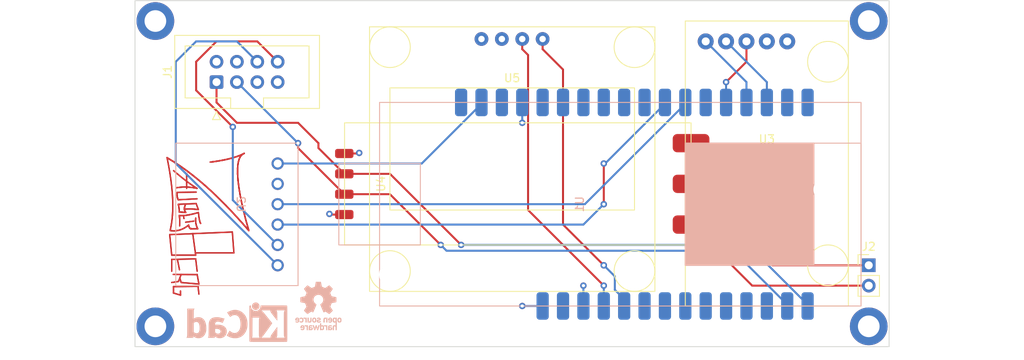
<source format=kicad_pcb>
(kicad_pcb (version 20211014) (generator pcbnew)
  (layers (0 "F.Cu" signal) (1 "In1.Cu" signal) (2 "In2.Cu" signal) (31 "B.Cu" signal) (34 "B.Paste" user) (35 "F.Paste" user) (36 "B.SilkS" user "B.Silkscreen") (37 "F.SilkS" user "F.Silkscreen") (38 "B.Mask" user) (39 "F.Mask" user) (44 "Edge.Cuts" user))
  (net 0 "")
  (net 1 "Net-(J1-Pad1)")
  (net 3 "Net-(J1-Pad3)")
  (net 5 "5V")
  (net 6 "Net-(U2-Pad1)")
  (net 7 "GND")
  (net 8 "Net-(U2-Pad2)")
  (net 9 "Net-(U4-Pad7)")
  (net 10 "Net-(U4-Pad6)")
  (net 12 "Net-(U2-Pad6)")
  (net 20 "Net-(U2-Pad3)")
  (net 21 "Net-(U2-Pad4)")
  (net 23 "Net-(U1-Pad14)")
  (net 24 "Net-(U1-Pad15)")
  (net 25 "Net-(U1-Pad16)")
  (net 29 "Net-(U1-Pad22)")
  (net 30 "Net-(U1-Pad23)")
  (footprint "MountingHole:MountingHole_2.7mm_M2.5" (layer "F.Cu") (at 171.458322 71.860829)
    (fp_text reference "REF**" hide)
    (fp_text value "MountingHole_2.7mm_M2.5")
  )
  (footprint "MountingHole:MountingHole_2.7mm_M2.5_DIN965_Pad_TopBottom" (layer "F.Cu") (at 142.24 106.68)
    (fp_text reference "REF**" hide)
    (fp_text value "MountingHole_2.7mm_M2.5_DIN965_Pad_TopBottom")
  )
  (footprint "Connector_PinHeader_2.54mm:PinHeader_1x02_P2.54mm_Vertical" (layer "F.Cu") (at 231.14 99.06)
    (fp_text reference "J2")
    (fp_text value "Conn_01x02")
  )
  (footprint "Zauberberg_Peripherals:SPI_OLED" (layer "F.Cu") (at 186.69 76.2)
    (fp_text reference "U5")
    (fp_text value "SPI_OLED")
  )
  (footprint "MountingHole:MountingHole_2.7mm_M2.5_DIN965_Pad_TopBottom" (layer "F.Cu") (at 142.24 68.58)
    (fp_text reference "REF**" hide)
    (fp_text value "MountingHole_2.7mm_M2.5_DIN965_Pad_TopBottom")
  )
  (footprint "MountingHole:MountingHole_2.7mm_M2.5" (layer "F.Cu") (at 225.598612 89.60684)
    (fp_text reference "REF**" hide)
    (fp_text value "MountingHole_2.7mm_M2.5")
  )
  (footprint "Zauberberg_Converting_Chips:RS485-TTL" (layer "F.Cu") (at 170.896337 88.9 90)
    (fp_text reference "U4")
    (fp_text value "RS485-TTL")
  )
  (footprint "Zauberberg_Peripherals:Rotary_Encoder" (layer "F.Cu") (at 218.44 83.82)
    (fp_text reference "U3")
    (fp_text value "Rotary_Encoder")
  )
  (footprint "MountingHole:MountingHole_2.7mm_M2.5" (layer "F.Cu") (at 171.455977 100.216207)
    (fp_text reference "REF**" hide)
    (fp_text value "MountingHole_2.7mm_M2.5")
  )
  (footprint "MountingHole:MountingHole_2.7mm_M2.5_DIN965_Pad_TopBottom" (layer "F.Cu") (at 231.14 68.58)
    (fp_text reference "REF**" hide)
    (fp_text value "MountingHole_2.7mm_M2.5_DIN965_Pad_TopBottom")
  )
  (footprint "MountingHole:MountingHole_2.7mm_M2.5" (layer "F.Cu") (at 201.955576 71.850342)
    (fp_text reference "REF**" hide)
    (fp_text value "MountingHole_2.7mm_M2.5")
  )
  (footprint "Connector_IDC:IDC-Header_2x04_P2.54mm_Vertical" (layer "F.Cu") (at 149.86 76.2 90)
    (fp_text reference "J1")
    (fp_text value "Conn_02x04_Odd_Even")
  )
  (footprint "MountingHole:MountingHole_2.7mm_M2.5" (layer "F.Cu") (at 225.664564 72.669434)
    (fp_text reference "REF**" hide)
    (fp_text value "MountingHole_2.7mm_M2.5")
  )
  (footprint "MountingHole:MountingHole_2.7mm_M2.5" (layer "F.Cu") (at 201.889418 100.116589)
    (fp_text reference "REF**" hide)
    (fp_text value "MountingHole_2.7mm_M2.5")
  )
  (footprint "MountingHole:MountingHole_2.7mm_M2.5_DIN965_Pad_TopBottom" (layer "F.Cu") (at 231.14 106.68)
    (fp_text reference "REF**" hide)
    (fp_text value "MountingHole_2.7mm_M2.5_DIN965_Pad_TopBottom")
  )
  (footprint "Symbol:KiCad-Logo_5mm_SilkScreen" (layer "B.Cu") (at 152.4 106.68 180)
    (fp_text reference "REF**" hide)
    (fp_text value "KiCad-Logo_5mm_SilkScreen" hide)
  )
  (footprint "Zauberberg_Converting_Chips:CAN-TTL" (layer "B.Cu") (at 152.4 91.44 90)
    (fp_text reference "U2")
    (fp_text value "CAN-TTL")
  )
  (footprint "Zauberberg_DFRobot:ESP32-E" (layer "B.Cu") (at 198.12 91.44 -90)
    (fp_text reference "U1")
    (fp_text value "ESP32-E")
  )
  (footprint "Symbol:OSHW-Logo_5.7x6mm_SilkScreen" (layer "B.Cu") (at 162.56 104.14 180)
    (fp_text reference "REF**" hide)
    (fp_text value "OSHW-Logo_5.7x6mm_SilkScreen" hide)
  )
  (gr_line (start 143.697974 85.638143) (end 144.547268 86.155207) (layer "F.Cu") (width 0.171785))
  (gr_line (start 152.150678 92.778675) (end 153.099951 93.832315) (layer "F.Cu") (width 0.171785))
  (gr_line (start 145.36901 92.86103) (end 145.215595 92.85172) (layer "F.Cu") (width 0.171785))
  (gr_line (start 145.771511 92.451674) (end 145.664575 92.441978) (layer "F.Cu") (width 0.171785))
  (gr_line (start 147.780556 93.601738) (end 147.759107 93.518815) (layer "F.Cu") (width 0.171785))
  (gr_line (start 152.625935 85.987335) (end 152.71341 85.732535) (layer "F.Cu") (width 0.171785))
  (gr_line (start 151.678824 85.70694) (end 152.029862 85.607113) (layer "F.Cu") (width 0.171785))
  (gr_line (start 147.320837 89.931659) (end 144.957482 89.960288) (layer "F.Cu") (width 0.171785))
  (gr_line (start 147.263212 98.260432) (end 147.444928 99.795266) (layer "F.Cu") (width 0.171785))
  (gr_line (start 146.722226 94.506355) (end 146.699221 94.506969) (layer "F.Cu") (width 0.171785))
  (gr_line (start 144.332091 93.213856) (end 144.369588 92.795467) (layer "F.Cu") (width 0.171785))
  (gr_line (start 144.731101 94.757107) (end 144.601282 94.762818) (layer "F.Cu") (width 0.171785))
  (gr_line (start 144.929733 90.155727) (end 144.93425 90.089988) (layer "F.Cu") (width 0.171785))
  (gr_line (start 144.080651 94.729186) (end 144.182944 94.22666) (layer "F.Cu") (width 0.171785))
  (gr_line (start 145.438522 92.426534) (end 145.325215 92.422275) (layer "F.Cu") (width 0.171785))
  (gr_line (start 150.980634 85.874857) (end 151.327099 85.796059) (layer "F.Cu") (width 0.171785))
  (gr_line (start 144.236001 93.926523) (end 144.286639 93.589898) (layer "F.Cu") (width 0.171785))
  (gr_line (start 147.263212 98.260432) (end 147.444928 99.795266) (layer "F.Cu") (width 0.171785))
  (gr_line (start 153.886051 94.729186) (end 153.492293 93.333972) (layer "F.Cu") (width 0.171785))
  (gr_line (start 153.13421 91.887312) (end 152.953984 91.063448) (layer "F.Cu") (width 0.171785))
  (gr_line (start 152.48806 86.929973) (end 152.514658 86.589152) (layer "F.Cu") (width 0.171785))
  (gr_line (start 147.011442 93.551404) (end 146.009432 93.685715) (layer "F.Cu") (width 0.171785))
  (gr_line (start 147.254879 93.252506) (end 147.249615 93.339237) (layer "F.Cu") (width 0.171785))
  (gr_line (start 144.988827 90.598733) (end 144.973804 90.539817) (layer "F.Cu") (width 0.171785))
  (gr_line (start 147.263212 98.260432) (end 144.276391 98.328749) (layer "F.Cu") (width 0.171785))
  (gr_line (start 145.89666 92.233876) (end 145.917005 92.285799) (layer "F.Cu") (width 0.171785))
  (gr_line (start 146.060994 89.296479) (end 146.236668 89.302359) (layer "F.Cu") (width 0.171785))
  (gr_line (start 146.699221 94.506969) (end 146.687173 94.506554) (layer "F.Cu") (width 0.171785))
  (gr_line (start 145.115712 101.081373) (end 144.276391 101.21014) (layer "F.Cu") (width 0.171785))
  (gr_line (start 146.502147 94.39192) (end 146.489224 94.372041) (layer "F.Cu") (width 0.171785))
  (gr_line (start 145.245131 99.616812) (end 144.986256 98.328746) (layer "F.Cu") (width 0.171785))
  (gr_line (start 146.194571 92.043018) (end 145.859428 92.056035) (layer "F.Cu") (width 0.171785))
  (gr_line (start 147.248664 93.42858) (end 147.251784 93.519828) (layer "F.Cu") (width 0.171785))
  (gr_line (start 149.81044 90.377765) (end 151.050189 91.612436) (layer "F.Cu") (width 0.171785))
  (gr_line (start 149.14208 89.748571) (end 149.81044 90.377765) (layer "F.Cu") (width 0.171785))
  (gr_line (start 143.892292 86.641093) (end 143.697974 85.638143) (layer "F.Cu") (width 0.171785))
  (gr_line (start 147.518825 94.502094) (end 146.76286 94.506987) (layer "F.Cu") (width 0.171785))
  (gr_line (start 152.706075 85.373789) (end 153.019352 85.239519) (layer "F.Cu") (width 0.171785))
  (gr_line (start 146.008408 94.316269) (end 145.829395 94.423453) (layer "F.Cu") (width 0.171785))
  (gr_line (start 153.167179 85.167814) (end 153.308142 85.092996) (layer "F.Cu") (width 0.171785))
  (gr_line (start 146.636208 94.497794) (end 146.622955 94.493339) (layer "F.Cu") (width 0.171785))
  (gr_line (start 147.715859 88.49407) (end 148.443388 89.118832) (layer "F.Cu") (width 0.171785))
  (gr_line (start 149.81044 90.377765) (end 151.050189 91.612436) (layer "F.Cu") (width 0.171785))
  (gr_line (start 146.400228 92.03872) (end 146.194571 92.043018) (layer "F.Cu") (width 0.171785))
  (gr_line (start 147.283158 93.797965) (end 147.300147 93.889791) (layer "F.Cu") (width 0.171785))
  (gr_line (start 144.261556 94.749221) (end 144.080651 94.729186) (layer "F.Cu") (width 0.171785))
  (gr_line (start 147.668939 93.032) (end 147.640728 92.830557) (layer "F.Cu") (width 0.171785))
  (gr_line (start 152.485963 87.675956) (end 152.48806 86.929973) (layer "F.Cu") (width 0.171785))
  (gr_line (start 145.153443 91.712436) (end 145.165577 91.780107) (layer "F.Cu") (width 0.171785))
  (gr_line (start 145.202773 92.108403) (end 145.209501 92.226697) (layer "F.Cu") (width 0.171785))
  (gr_line (start 153.13421 91.887312) (end 152.953984 91.063448) (layer "F.Cu") (width 0.171785))
  (gr_line (start 147.231724 89.421245) (end 147.429345 89.459067) (layer "F.Cu") (width 0.171785))
  (gr_line (start 144.94335 90.024721) (end 144.949759 89.992378) (layer "F.Cu") (width 0.171785))
  (gr_line (start 146.18027 87.281559) (end 146.960988 87.879805) (layer "F.Cu") (width 0.171785))
  (gr_line (start 144.973804 90.539817) (end 144.960227 90.478842) (layer "F.Cu") (width 0.171785))
  (gr_line (start 144.369588 92.795467) (end 144.396362 92.331803) (layer "F.Cu") (width 0.171785))
  (gr_line (start 145.829395 94.423453) (end 145.655082 94.51283) (layer "F.Cu") (width 0.171785))
  (gr_line (start 147.864748 93.818031) (end 147.851846 93.795619) (layer "F.Cu") (width 0.171785))
  (gr_line (start 147.264699 93.169089) (end 147.254879 93.252506) (layer "F.Cu") (width 0.171785))
  (gr_line (start 146.624213 92.038309) (end 146.400228 92.03872) (layer "F.Cu") (width 0.171785))
  (gr_line (start 146.649293 94.501245) (end 146.636208 94.497794) (layer "F.Cu") (width 0.171785))
  (gr_line (start 144.276391 97.792517) (end 144.024148 95.237404) (layer "F.Cu") (width 0.171785))
  (gr_line (start 146.464115 94.325941) (end 146.452002 94.299525) (layer "F.Cu") (width 0.171785))
  (gr_line (start 149.81044 90.377765) (end 151.050189 91.612436) (layer "F.Cu") (width 0.171785))
  (gr_line (start 146.52855 94.425826) (end 146.515268 94.409815) (layer "F.Cu") (width 0.171785))
  (gr_line (start 145.081292 89.35449) (end 145.289493 89.328885) (layer "F.Cu") (width 0.171785))
  (gr_line (start 145.862625 91.897074) (end 145.857175 91.975423) (layer "F.Cu") (width 0.171785))
  (gr_line (start 146.348246 92.778119) (end 146.183719 92.80468) (layer "F.Cu") (width 0.171785))
  (gr_line (start 144.988827 90.598733) (end 144.973804 90.539817) (layer "F.Cu") (width 0.171785))
  (gr_line (start 153.099951 93.832315) (end 153.886051 94.729186) (layer "F.Cu") (width 0.171785))
  (gr_line (start 146.76286 94.502094) (end 146.743537 94.504469) (layer "F.Cu") (width 0.171785))
  (gr_line (start 147.82692 93.741586) (end 147.803159 93.676477) (layer "F.Cu") (width 0.171785))
  (gr_line (start 146.404712 89.312424) (end 146.716407 89.34229) (layer "F.Cu") (width 0.171785))
  (gr_line (start 146.699221 94.506969) (end 146.687173 94.506554) (layer "F.Cu") (width 0.171785))
  (gr_line (start 149.535464 86.127547) (end 150.032304 86.053185) (layer "F.Cu") (width 0.171785))
  (gr_line (start 152.625935 85.987335) (end 152.71341 85.732535) (layer "F.Cu") (width 0.171785))
  (gr_line (start 144.176777 88.43501) (end 144.05097 87.572405) (layer "F.Cu") (width 0.171785))
  (gr_line (start 145.829395 94.423453) (end 145.655082 94.51283) (layer "F.Cu") (width 0.171785))
  (gr_line (start 145.491938 89.310986) (end 145.688254 89.300088) (layer "F.Cu") (width 0.171785))
  (gr_line (start 145.688254 89.300088) (end 145.878064 89.295487) (layer "F.Cu") (width 0.171785))
  (gr_line (start 147.597505 92.479737) (end 147.11641 92.610424) (layer "F.Cu") (width 0.171785))
  (gr_line (start 147.231724 89.421245) (end 147.429345 89.459067) (layer "F.Cu") (width 0.171785))
  (gr_line (start 153.492293 93.333972) (end 153.13421 91.887312) (layer "F.Cu") (width 0.171785))
  (gr_line (start 145.857175 91.975423) (end 145.858823 92.048068) (layer "F.Cu") (width 0.171785))
  (gr_line (start 144.960227 90.478842) (end 144.948546 90.416168) (layer "F.Cu") (width 0.171785))
  (gr_line (start 152.71341 85.732535) (end 152.823971 85.512603) (layer "F.Cu") (width 0.171785))
  (gr_line (start 147.394317 94.233877) (end 147.423204 94.310571) (layer "F.Cu") (width 0.171785))
  (gr_line (start 147.353172 92.078519) (end 147.105982 92.056398) (layer "F.Cu") (width 0.171785))
  (gr_line (start 147.269273 93.705225) (end 147.283158 93.797965) (layer "F.Cu") (width 0.171785))
  (gr_line (start 145.898695 91.722429) (end 145.886228 91.768399) (layer "F.Cu") (width 0.171785))
  (gr_line (start 146.476534 94.35008) (end 146.464115 94.325941) (layer "F.Cu") (width 0.171785))
  (gr_line (start 153.11994 85.189736) (end 153.308142 85.092996) (layer "F.Cu") (width 0.171785))
  (gr_line (start 149.81044 90.377765) (end 151.050189 91.612436) (layer "F.Cu") (width 0.171785))
  (gr_line (start 145.250793 93.077157) (end 145.258499 93.160719) (layer "F.Cu") (width 0.171785))
  (gr_line (start 147.759107 93.518815) (end 147.738804 93.429151) (layer "F.Cu") (width 0.171785))
  (gr_line (start 145.753027 88.282395) (end 146.148898 88.586228) (layer "F.Cu") (width 0.171785))
  (gr_line (start 153.886051 94.729186) (end 153.492293 93.333972) (layer "F.Cu") (width 0.171785))
  (gr_line (start 152.823971 85.512603) (end 152.959015 85.330638) (layer "F.Cu") (width 0.171785))
  (gr_line (start 152.953984 91.063448) (end 152.78787 90.2056) (layer "F.Cu") (width 0.171785))
  (gr_line (start 144.94335 90.024721) (end 144.949759 89.992378) (layer "F.Cu") (width 0.171785))
  (gr_line (start 145.322215 94.644017) (end 145.164488 94.688754) (layer "F.Cu") (width 0.171785))
  (gr_line (start 151.327099 85.796059) (end 151.678824 85.70694) (layer "F.Cu") (width 0.171785))
  (gr_line (start 145.485884 94.585863) (end 145.322215 94.644017) (layer "F.Cu") (width 0.171785))
  (gr_line (start 145.258499 93.160719) (end 145.268867 93.335422) (layer "F.Cu") (width 0.171785))
  (gr_line (start 146.033099 92.479737) (end 145.870514 92.461695) (layer "F.Cu") (width 0.171785))
  (gr_line (start 144.272482 89.231836) (end 144.176777 88.43501) (layer "F.Cu") (width 0.171785))
  (gr_line (start 147.264699 93.169089) (end 147.254879 93.252506) (layer "F.Cu") (width 0.171785))
  (gr_line (start 145.164488 94.688754) (end 145.013117 94.721539) (layer "F.Cu") (width 0.171785))
  (gr_line (start 146.236668 89.302359) (end 146.404712 89.312424) (layer "F.Cu") (width 0.171785))
  (gr_line (start 147.851846 93.795619) (end 147.82692 93.741586) (layer "F.Cu") (width 0.171785))
  (gr_line (start 147.263212 98.260432) (end 144.276391 98.328749) (layer "F.Cu") (width 0.171785))
  (gr_line (start 144.080651 94.729186) (end 144.182944 94.22666) (layer "F.Cu") (width 0.171785))
  (gr_line (start 146.743537 94.504469) (end 146.722226 94.506355) (layer "F.Cu") (width 0.171785))
  (gr_line (start 152.514658 86.589152) (end 152.56015 86.273906) (layer "F.Cu") (width 0.171785))
  (gr_line (start 146.452002 94.299525) (end 146.440233 94.270733) (layer "F.Cu") (width 0.171785))
  (gr_line (start 144.867711 89.388505) (end 145.081292 89.35449) (layer "F.Cu") (width 0.171785))
  (gr_line (start 145.271585 93.859632) (end 145.263035 94.141923) (layer "F.Cu") (width 0.171785))
  (gr_line (start 144.384657 90.639868) (end 144.340853 89.965813) (layer "F.Cu") (width 0.171785))
  (gr_line (start 147.254879 93.252506) (end 147.249615 93.339237) (layer "F.Cu") (width 0.171785))
  (gr_line (start 144.369588 92.795467) (end 144.396362 92.331803) (layer "F.Cu") (width 0.171785))
  (gr_line (start 153.167179 85.167814) (end 153.308142 85.092996) (layer "F.Cu") (width 0.171785))
  (gr_line (start 147.476027 92.093642) (end 147.353172 92.078519) (layer "F.Cu") (width 0.171785))
  (gr_line (start 146.649293 94.501245) (end 146.636208 94.497794) (layer "F.Cu") (width 0.171785))
  (gr_line (start 147.4857 94.44783) (end 147.518825 94.506987) (layer "F.Cu") (width 0.171785))
  (gr_line (start 149.080878 86.183327) (end 149.535464 86.127547) (layer "F.Cu") (width 0.171785))
  (gr_line (start 146.662173 94.50379) (end 146.649293 94.501245) (layer "F.Cu") (width 0.171785))
  (gr_line (start 146.960988 87.879805) (end 147.715859 88.49407) (layer "F.Cu") (width 0.171785))
  (gr_line (start 147.11641 92.610424) (end 146.824577 92.681457) (layer "F.Cu") (width 0.171785))
  (gr_line (start 151.050189 91.612436) (end 152.150678 92.778675) (layer "F.Cu") (width 0.171785))
  (gr_line (start 150.980634 85.874857) (end 151.327099 85.796059) (layer "F.Cu") (width 0.171785))
  (gr_line (start 146.348246 92.778119) (end 146.183719 92.80468) (layer "F.Cu") (width 0.171785))
  (gr_line (start 145.36901 92.86103) (end 145.215595 92.85172) (layer "F.Cu") (width 0.171785))
  (gr_line (start 147.394317 94.233877) (end 147.423204 94.310571) (layer "F.Cu") (width 0.171785))
  (gr_line (start 152.025115 97.506892) (end 147.224289 97.506892) (layer "F.Cu") (width 0.171785))
  (gr_line (start 145.115712 101.081373) (end 144.276391 101.21014) (layer "F.Cu") (width 0.171785))
  (gr_line (start 147.367326 94.152748) (end 147.394317 94.233877) (layer "F.Cu") (width 0.171785))
  (gr_line (start 144.547268 86.155207) (end 145.375198 86.704852) (layer "F.Cu") (width 0.171785))
  (gr_line (start 151.830063 94.906376) (end 144.02415 95.237404) (layer "F.Cu") (width 0.171785))
  (gr_line (start 153.11994 85.189736) (end 153.308142 85.092996) (layer "F.Cu") (width 0.171785))
  (gr_line (start 152.542684 88.487075) (end 152.485963 87.675956) (layer "F.Cu") (width 0.171785))
  (gr_line (start 145.384223 87.987846) (end 145.753027 88.282395) (layer "F.Cu") (width 0.171785))
  (gr_line (start 146.417872 94.205633) (end 146.407353 94.169129) (layer "F.Cu") (width 0.171785))
  (gr_line (start 146.148898 88.586228) (end 146.564879 88.889909) (layer "F.Cu") (width 0.171785))
  (gr_line (start 145.858823 92.048068) (end 145.8666 92.115219) (layer "F.Cu") (width 0.171785))
  (gr_line (start 152.959015 85.330638) (end 153.11994 85.189736) (layer "F.Cu") (width 0.171785))
  (gr_line (start 144.601282 94.762818) (end 144.479476 94.762431) (layer "F.Cu") (width 0.171785))
  (gr_line (start 144.938199 90.057273) (end 144.94335 90.024721) (layer "F.Cu") (width 0.171785))
  (gr_line (start 153.167179 85.167814) (end 153.308142 85.092996) (layer "F.Cu") (width 0.171785))
  (gr_line (start 145.987665 92.414461) (end 146.033099 92.479737) (layer "F.Cu") (width 0.171785))
  (gr_line (start 144.05097 87.572405) (end 143.892292 86.641093) (layer "F.Cu") (width 0.171785))
  (gr_line (start 145.898695 91.722429) (end 145.886228 91.768399) (layer "F.Cu") (width 0.171785))
  (gr_line (start 144.332091 93.213856) (end 144.369588 92.795467) (layer "F.Cu") (width 0.171785))
  (gr_line (start 145.165577 91.780107) (end 145.175945 91.847702) (layer "F.Cu") (width 0.171785))
  (gr_line (start 147.320837 91.361319) (end 145.084254 91.449931) (layer "F.Cu") (width 0.171785))
  (gr_line (start 152.150678 92.778675) (end 153.099951 93.832315) (layer "F.Cu") (width 0.171785))
  (gr_line (start 152.542684 88.487075) (end 152.485963 87.675956) (layer "F.Cu") (width 0.171785))
  (gr_line (start 149.080878 86.183327) (end 149.535464 86.127547) (layer "F.Cu") (width 0.171785))
  (gr_line (start 152.514658 86.589152) (end 152.56015 86.273906) (layer "F.Cu") (width 0.171785))
  (gr_line (start 145.862625 91.897074) (end 145.857175 91.975423) (layer "F.Cu") (width 0.171785))
  (gr_line (start 152.78787 90.2056) (end 152.647045 89.338549) (layer "F.Cu") (width 0.171785))
  (gr_line (start 145.454173 100.205448) (end 145.115712 101.081373) (layer "F.Cu") (width 0.171785))
  (gr_line (start 147.249615 93.339237) (end 147.248664 93.42858) (layer "F.Cu") (width 0.171785))
  (gr_line (start 147.864748 93.818031) (end 147.851846 93.795619) (layer "F.Cu") (width 0.171785))
  (gr_line (start 152.514658 86.589152) (end 152.56015 86.273906) (layer "F.Cu") (width 0.171785))
  (gr_line (start 153.167179 85.167814) (end 153.308142 85.092996) (layer "F.Cu") (width 0.171785))
  (gr_line (start 147.715859 88.49407) (end 148.443388 89.118832) (layer "F.Cu") (width 0.171785))
  (gr_line (start 145.191988 91.980881) (end 145.202773 92.108403) (layer "F.Cu") (width 0.171785))
  (gr_line (start 147.555031 101.708462) (end 147.665133 102.654081) (layer "F.Cu") (width 0.171785))
  (gr_line (start 145.527113 92.862473) (end 145.36901 92.86103) (layer "F.Cu") (width 0.171785))
  (gr_line (start 144.93425 90.089988) (end 144.938199 90.057273) (layer "F.Cu") (width 0.171785))
  (gr_line (start 147.211339 89.324502) (end 147.429344 89.459067) (layer "F.Cu") (width 0.171785))
  (gr_line (start 144.938199 90.057273) (end 144.94335 90.024721) (layer "F.Cu") (width 0.171785))
  (gr_line (start 153.886051 94.729186) (end 153.492293 93.333972) (layer "F.Cu") (width 0.171785))
  (gr_line (start 147.453746 94.382123) (end 147.4857 94.44783) (layer "F.Cu") (width 0.171785))
  (gr_line (start 145.271585 93.859632) (end 145.263035 94.141923) (layer "F.Cu") (width 0.171785))
  (gr_line (start 146.960988 87.879805) (end 147.715859 88.49407) (layer "F.Cu") (width 0.171785))
  (gr_line (start 145.806117 93.227477) (end 145.735518 92.862812) (layer "F.Cu") (width 0.171785))
  (gr_line (start 146.37888 94.042624) (end 146.191707 94.189814) (layer "F.Cu") (width 0.171785))
  (gr_line (start 152.514658 86.589152) (end 152.56015 86.273906) (layer "F.Cu") (width 0.171785))
  (gr_line (start 145.870514 92.461695) (end 145.771511 92.451674) (layer "F.Cu") (width 0.171785))
  (gr_line (start 152.953984 91.063448) (end 152.78787 90.2056) (layer "F.Cu") (width 0.171785))
  (gr_line (start 146.993078 89.380441) (end 147.231724 89.421245) (layer "F.Cu") (width 0.171785))
  (gr_line (start 147.342473 94.067888) (end 147.367326 94.152748) (layer "F.Cu") (width 0.171785))
  (gr_line (start 147.701615 93.235385) (end 147.668939 93.032) (layer "F.Cu") (width 0.171785))
  (gr_line (start 146.030271 91.412457) (end 146.000977 91.468316) (layer "F.Cu") (width 0.171785))
  (gr_line (start 146.743537 94.504469) (end 146.722226 94.506355) (layer "F.Cu") (width 0.171785))
  (gr_line (start 145.27408 93.691605) (end 145.271585 93.859632) (layer "F.Cu") (width 0.171785))
  (gr_line (start 147.715859 88.49407) (end 148.443388 89.118832) (layer "F.Cu") (width 0.171785))
  (gr_line (start 145.868314 91.855695) (end 145.862625 91.897074) (layer "F.Cu") (width 0.171785))
  (gr_line (start 146.417872 94.205633) (end 146.407353 94.169129) (layer "F.Cu") (width 0.171785))
  (gr_line (start 146.994014 89.184001) (end 147.211339 89.324502) (layer "F.Cu") (width 0.171785))
  (gr_line (start 152.542684 88.487075) (end 152.485963 87.675956) (layer "F.Cu") (width 0.171785))
  (gr_line (start 146.407353 94.169129) (end 146.397324 94.129858) (layer "F.Cu") (width 0.171785))
  (gr_line (start 146.960988 87.879805) (end 147.715859 88.49407) (layer "F.Cu") (width 0.171785))
  (gr_line (start 144.93266 90.287174) (end 144.929353 90.221576) (layer "F.Cu") (width 0.171785))
  (gr_line (start 148.443388 89.118832) (end 149.14208 89.748571) (layer "F.Cu") (width 0.171785))
  (gr_line (start 152.025115 97.506892) (end 147.224289 97.506892) (layer "F.Cu") (width 0.171785))
  (gr_line (start 147.444928 100.224694) (end 144.469959 100.205448) (layer "F.Cu") (width 0.171785))
  (gr_line (start 146.18027 87.281559) (end 146.960988 87.879805) (layer "F.Cu") (width 0.171785))
  (gr_line (start 147.555031 101.692083) (end 144.499494 101.724845) (layer "F.Cu") (width 0.171785))
  (gr_line (start 145.879535 92.177085) (end 145.89666 92.233876) (layer "F.Cu") (width 0.171785))
  (gr_line (start 152.374262 85.496192) (end 152.706075 85.373789) (layer "F.Cu") (width 0.171785))
  (gr_line (start 147.429344 90.762426) (end 145.084254 90.888727) (layer "F.Cu") (width 0.171785))
  (gr_line (start 145.375198 86.704852) (end 146.18027 87.281559) (layer "F.Cu") (width 0.171785))
  (gr_line (start 145.084255 91.449931) (end 145.104951 91.513438) (layer "F.Cu") (width 0.171785))
  (gr_line (start 145.655082 94.51283) (end 145.485884 94.585863) (layer "F.Cu") (width 0.171785))
  (gr_line (start 145.021422 90.70894) (end 145.00485 90.655228) (layer "F.Cu") (width 0.171785))
  (gr_line (start 145.375198 86.704852) (end 146.18027 87.281559) (layer "F.Cu") (width 0.171785))
  (gr_line (start 145.165577 91.780107) (end 145.175945 91.847702) (layer "F.Cu") (width 0.171785))
  (gr_line (start 146.55545 94.452583) (end 146.541956 94.440049) (layer "F.Cu") (width 0.171785))
  (gr_line (start 145.021422 90.70894) (end 145.00485 90.655228) (layer "F.Cu") (width 0.171785))
  (gr_line (start 144.286639 93.589898) (end 144.332091 93.213856) (layer "F.Cu") (width 0.171785))
  (gr_line (start 146.510655 92.748224) (end 146.348246 92.778119) (layer "F.Cu") (width 0.171785))
  (gr_line (start 143.697974 85.638143) (end 144.547268 86.155207) (layer "F.Cu") (width 0.171785))
  (gr_line (start 152.953984 91.063448) (end 152.78787 90.2056) (layer "F.Cu") (width 0.171785))
  (gr_line (start 151.830063 94.906376) (end 152.025115 97.506895) (layer "F.Cu") (width 0.171785))
  (gr_line (start 146.397324 94.129858) (end 146.38782 94.087722) (layer "F.Cu") (width 0.171785))
  (gr_line (start 144.409644 91.819935) (end 144.406665 91.256933) (layer "F.Cu") (width 0.171785))
  (gr_line (start 145.215595 92.85172) (end 145.229507 92.921817) (layer "F.Cu") (width 0.171785))
  (gr_line (start 145.454173 100.205448) (end 145.115712 101.081373) (layer "F.Cu") (width 0.171785))
  (gr_line (start 145.886228 91.768399) (end 145.876142 91.812812) (layer "F.Cu") (width 0.171785))
  (gr_line (start 147.444928 100.224694) (end 144.469959 100.205448) (layer "F.Cu") (width 0.171785))
  (gr_line (start 153.019352 85.239519) (end 153.167179 85.167814) (layer "F.Cu") (width 0.171785))
  (gr_line (start 147.444928 100.205448) (end 147.665133 101.401496) (layer "F.Cu") (width 0.171785))
  (gr_line (start 145.913664 91.674877) (end 145.898695 91.722429) (layer "F.Cu") (width 0.171785))
  (gr_line (start 152.823971 85.512603) (end 152.959015 85.330638) (layer "F.Cu") (width 0.171785))
  (gr_line (start 146.033099 92.479737) (end 145.870514 92.461695) (layer "F.Cu") (width 0.171785))
  (gr_line (start 147.251784 93.519828) (end 147.258735 93.612279) (layer "F.Cu") (width 0.171785))
  (gr_line (start 152.56015 86.273906) (end 152.625935 85.987335) (layer "F.Cu") (width 0.171785))
  (gr_line (start 147.429344 90.762426) (end 145.084254 90.888727) (layer "F.Cu") (width 0.171785))
  (gr_line (start 143.697974 85.638143) (end 144.547268 86.155207) (layer "F.Cu") (width 0.171785))
  (gr_line (start 144.236001 93.926523) (end 144.286639 93.589898) (layer "F.Cu") (width 0.171785))
  (gr_line (start 144.929353 90.221576) (end 144.929733 90.155727) (layer "F.Cu") (width 0.171785))
  (gr_line (start 147.759107 93.518815) (end 147.738804 93.429151) (layer "F.Cu") (width 0.171785))
  (gr_line (start 153.099951 93.832315) (end 153.886051 94.729186) (layer "F.Cu") (width 0.171785))
  (gr_line (start 147.453746 94.382123) (end 147.4857 94.44783) (layer "F.Cu") (width 0.171785))
  (gr_line (start 146.148898 88.586228) (end 146.564879 88.889909) (layer "F.Cu") (width 0.171785))
  (gr_line (start 152.625935 85.987335) (end 152.71341 85.732535) (layer "F.Cu") (width 0.171785))
  (gr_line (start 145.258499 93.160719) (end 145.268867 93.335422) (layer "F.Cu") (width 0.171785))
  (gr_line (start 147.4857 94.44783) (end 147.518825 94.506987) (layer "F.Cu") (width 0.171785))
  (gr_line (start 151.050189 91.612436) (end 152.150678 92.778675) (layer "F.Cu") (width 0.171785))
  (gr_line (start 144.499494 102.524844) (end 145.36955 102.783356) (layer "F.Cu") (width 0.171785))
  (gr_line (start 144.949759 89.992378) (end 144.957483 89.960288) (layer "F.Cu") (width 0.171785))
  (gr_line (start 147.715859 88.49407) (end 148.443388 89.118832) (layer "F.Cu") (width 0.171785))
  (gr_line (start 145.049444 87.712017) (end 145.384223 87.987846) (layer "F.Cu") (width 0.171785))
  (gr_line (start 146.596092 94.481028) (end 146.582554 94.472974) (layer "F.Cu") (width 0.171785))
  (gr_line (start 145.868314 91.855695) (end 145.862625 91.897074) (layer "F.Cu") (width 0.171785))
  (gr_line (start 145.876142 91.812812) (end 145.868314 91.855695) (layer "F.Cu") (width 0.171785))
  (gr_line (start 144.973804 90.539817) (end 144.960227 90.478842) (layer "F.Cu") (width 0.171785))
  (gr_line (start 144.939207 90.352158) (end 144.93266 90.287174) (layer "F.Cu") (width 0.171785))
  (gr_line (start 153.019352 85.239519) (end 153.167179 85.167814) (layer "F.Cu") (width 0.171785))
  (gr_line (start 150.032304 86.053185) (end 150.645381 85.94372) (layer "F.Cu") (width 0.171785))
  (gr_line (start 147.597505 92.111775) (end 147.476027 92.093642) (layer "F.Cu") (width 0.171785))
  (gr_line (start 145.054427 90.806569) (end 145.021422 90.70894) (layer "F.Cu") (width 0.171785))
  (gr_line (start 149.14208 89.748571) (end 149.81044 90.377765) (layer "F.Cu") (width 0.171785))
  (gr_line (start 152.959015 85.330638) (end 153.11994 85.189736) (layer "F.Cu") (width 0.171785))
  (gr_line (start 146.624213 92.038309) (end 146.400228 92.03872) (layer "F.Cu") (width 0.171785))
  (gr_line (start 147.597505 92.479737) (end 147.11641 92.610424) (layer "F.Cu") (width 0.171785))
  (gr_line (start 153.019352 85.239519) (end 153.167179 85.167814) (layer "F.Cu") (width 0.171785))
  (gr_line (start 147.715859 88.49407) (end 148.443388 89.118832) (layer "F.Cu") (width 0.171785))
  (gr_line (start 147.251784 93.519828) (end 147.258735 93.612279) (layer "F.Cu") (width 0.171785))
  (gr_line (start 146.37888 94.042624) (end 146.191707 94.189814) (layer "F.Cu") (width 0.171785))
  (gr_line (start 144.406665 91.256933) (end 144.384657 90.639868) (layer "F.Cu") (width 0.171785))
  (gr_line (start 146.132111 87.607662) (end 146.132111 89.459067) (layer "F.Cu") (width 0.171785))
  (gr_line (start 152.71341 85.732535) (end 152.823971 85.512603) (layer "F.Cu") (width 0.171785))
  (gr_line (start 146.687173 94.506554) (end 146.674812 94.505527) (layer "F.Cu") (width 0.171785))
  (gr_line (start 146.440233 94.270733) (end 146.428845 94.239469) (layer "F.Cu") (width 0.171785))
  (gr_line (start 144.276391 99.795266) (end 144.276391 98.328746) (layer "F.Cu") (width 0.171785))
  (gr_line (start 153.099951 93.832315) (end 153.886051 94.729186) (layer "F.Cu") (width 0.171785))
  (gr_line (start 151.050189 91.612436) (end 152.150678 92.778675) (layer "F.Cu") (width 0.171785))
  (gr_line (start 145.8666 92.115219) (end 145.879535 92.177085) (layer "F.Cu") (width 0.171785))
  (gr_line (start 144.499494 101.724845) (end 144.499494 102.524844) (layer "F.Cu") (width 0.171785))
  (gr_line (start 152.150678 92.778675) (end 153.099951 93.832315) (layer "F.Cu") (width 0.171785))
  (gr_line (start 144.867711 89.388505) (end 145.081292 89.35449) (layer "F.Cu") (width 0.171785))
  (gr_line (start 147.877944 93.837133) (end 147.864748 93.818031) (layer "F.Cu") (width 0.171785))
  (gr_line (start 145.664575 92.441978) (end 145.55261 92.43335) (layer "F.Cu") (width 0.171785))
  (gr_line (start 145.164488 94.688754) (end 145.013117 94.721539) (layer "F.Cu") (width 0.171785))
  (gr_line (start 145.289493 89.328885) (end 145.491938 89.310986) (layer "F.Cu") (width 0.171785))
  (gr_line (start 145.250793 93.077157) (end 145.258499 93.160719) (layer "F.Cu") (width 0.171785))
  (gr_line (start 149.81044 90.377765) (end 151.050189 91.612436) (layer "F.Cu") (width 0.171785))
  (gr_line (start 145.485884 94.585863) (end 145.322215 94.644017) (layer "F.Cu") (width 0.171785))
  (gr_line (start 147.211339 89.324502) (end 147.429344 89.459067) (layer "F.Cu") (width 0.171785))
  (gr_line (start 145.268867 93.335422) (end 145.273618 93.514626) (layer "F.Cu") (width 0.171785))
  (gr_line (start 152.150678 92.778675) (end 153.099951 93.832315) (layer "F.Cu") (width 0.171785))
  (gr_line (start 145.95159 91.574919) (end 145.931255 91.625715) (layer "F.Cu") (width 0.171785))
  (gr_line (start 146.674812 94.505527) (end 146.662173 94.50379) (layer "F.Cu") (width 0.171785))
  (gr_line (start 152.485963 87.675956) (end 152.48806 86.929973) (layer "F.Cu") (width 0.171785))
  (gr_line (start 145.325215 92.422275) (end 145.215595 92.421315) (layer "F.Cu") (width 0.171785))
  (gr_line (start 147.715859 88.49407) (end 148.443388 89.118832) (layer "F.Cu") (width 0.171785))
  (gr_line (start 149.535464 86.127547) (end 150.032304 86.053185) (layer "F.Cu") (width 0.171785))
  (gr_line (start 146.440233 94.270733) (end 146.428845 94.239469) (layer "F.Cu") (width 0.171785))
  (gr_line (start 150.645381 85.94372) (end 150.980634 85.874857) (layer "F.Cu") (width 0.171785))
  (gr_line (start 147.320837 91.361319) (end 147.597505 92.111777) (layer "F.Cu") (width 0.171785))
  (gr_line (start 149.14208 89.748571) (end 149.81044 90.377765) (layer "F.Cu") (width 0.171785))
  (gr_line (start 144.182944 94.22666) (end 144.236001 93.926523) (layer "F.Cu") (width 0.171785))
  (gr_line (start 145.870514 92.461695) (end 145.771511 92.451674) (layer "F.Cu") (width 0.171785))
  (gr_line (start 146.687173 94.506554) (end 146.674812 94.505527) (layer "F.Cu") (width 0.171785))
  (gr_line (start 145.375198 86.704852) (end 146.18027 87.281559) (layer "F.Cu") (width 0.171785))
  (gr_line (start 145.913664 91.674877) (end 145.898695 91.722429) (layer "F.Cu") (width 0.171785))
  (gr_line (start 150.032304 86.053185) (end 150.645381 85.94372) (layer "F.Cu") (width 0.171785))
  (gr_line (start 147.11641 92.610424) (end 146.824577 92.681457) (layer "F.Cu") (width 0.171785))
  (gr_line (start 152.706075 85.373789) (end 153.019352 85.239519) (layer "F.Cu") (width 0.171785))
  (gr_line (start 144.479476 94.762431) (end 144.261556 94.749221) (layer "F.Cu") (width 0.171785))
  (gr_line (start 145.175945 91.847702) (end 145.191988 91.980881) (layer "F.Cu") (width 0.171785))
  (gr_line (start 144.396362 92.331803) (end 144.409644 91.819935) (layer "F.Cu") (width 0.171785))
  (gr_line (start 151.678824 85.70694) (end 152.029862 85.607113) (layer "F.Cu") (width 0.171785))
  (gr_line (start 147.320837 89.931659) (end 144.957482 89.960288) (layer "F.Cu") (width 0.171785))
  (gr_line (start 144.547268 86.155207) (end 145.375198 86.704852) (layer "F.Cu") (width 0.171785))
  (gr_line (start 152.485963 87.675956) (end 152.48806 86.929973) (layer "F.Cu") (width 0.171785))
  (gr_line (start 152.029862 85.607113) (end 152.374262 85.496192) (layer "F.Cu") (width 0.171785))
  (gr_line (start 145.081292 89.35449) (end 145.289493 89.328885) (layer "F.Cu") (width 0.171785))
  (gr_line (start 149.535464 86.127547) (end 150.032304 86.053185) (layer "F.Cu") (width 0.171785))
  (gr_line (start 146.400228 92.03872) (end 146.194571 92.043018) (layer "F.Cu") (width 0.171785))
  (gr_line (start 145.241185 92.997242) (end 145.250793 93.077157) (layer "F.Cu") (width 0.171785))
  (gr_line (start 147.320837 91.361319) (end 145.084254 91.449931) (layer "F.Cu") (width 0.171785))
  (gr_line (start 152.029862 85.607113) (end 152.374262 85.496192) (layer "F.Cu") (width 0.171785))
  (gr_line (start 153.11994 85.189736) (end 153.308142 85.092996) (layer "F.Cu") (width 0.171785))
  (gr_line (start 144.868517 94.743836) (end 144.731101 94.757107) (layer "F.Cu") (width 0.171785))
  (gr_line (start 145.00485 90.655228) (end 144.988827 90.598733) (layer "F.Cu") (width 0.171785))
  (gr_line (start 148.443388 89.118832) (end 149.14208 89.748571) (layer "F.Cu") (width 0.171785))
  (gr_line (start 145.191988 91.980881) (end 145.202773 92.108403) (layer "F.Cu") (width 0.171785))
  (gr_line (start 147.518825 94.502094) (end 146.76286 94.506987) (layer "F.Cu") (width 0.171785))
  (gr_line (start 146.38782 94.087722) (end 146.37888 94.042624) (layer "F.Cu") (width 0.171785))
  (gr_line (start 149.14208 89.748571) (end 149.81044 90.377765) (layer "F.Cu") (width 0.171785))
  (gr_line (start 151.678824 85.70694) (end 152.029862 85.607113) (layer "F.Cu") (width 0.171785))
  (gr_line (start 147.353172 92.078519) (end 147.105982 92.056398) (layer "F.Cu") (width 0.171785))
  (gr_line (start 144.409644 91.819935) (end 144.406665 91.256933) (layer "F.Cu") (width 0.171785))
  (gr_line (start 146.397324 94.129858) (end 146.38782 94.087722) (layer "F.Cu") (width 0.171785))
  (gr_line (start 153.492293 93.333972) (end 153.13421 91.887312) (layer "F.Cu") (width 0.171785))
  (gr_line (start 146.778237 89.038743) (end 146.994014 89.184001) (layer "F.Cu") (width 0.171785))
  (gr_line (start 145.9396 92.333065) (end 145.963477 92.375883) (layer "F.Cu") (width 0.171785))
  (gr_line (start 147.423204 94.310571) (end 147.453746 94.382123) (layer "F.Cu") (width 0.171785))
  (gr_line (start 143.697974 85.638143) (end 144.547268 86.155207) (layer "F.Cu") (width 0.171785))
  (gr_line (start 145.273618 93.514626) (end 145.27408 93.691605) (layer "F.Cu") (width 0.171785))
  (gr_line (start 145.753027 88.282395) (end 146.148898 88.586228) (layer "F.Cu") (width 0.171785))
  (gr_line (start 147.803159 93.676477) (end 147.780556 93.601738) (layer "F.Cu") (width 0.171785))
  (gr_line (start 146.194571 92.043018) (end 145.859428 92.056035) (layer "F.Cu") (width 0.171785))
  (gr_line (start 144.272482 89.231836) (end 144.176777 88.43501) (layer "F.Cu") (width 0.171785))
  (gr_line (start 146.404712 89.312424) (end 146.716407 89.34229) (layer "F.Cu") (width 0.171785))
  (gr_line (start 146.960988 87.879805) (end 147.715859 88.49407) (layer "F.Cu") (width 0.171785))
  (gr_line (start 144.929733 90.155727) (end 144.93425 90.089988) (layer "F.Cu") (width 0.171785))
  (gr_line (start 152.959015 85.330638) (end 153.11994 85.189736) (layer "F.Cu") (width 0.171785))
  (gr_line (start 152.48806 86.929973) (end 152.514658 86.589152) (layer "F.Cu") (width 0.171785))
  (gr_line (start 151.050189 91.612436) (end 152.150678 92.778675) (layer "F.Cu") (width 0.171785))
  (gr_line (start 145.876142 91.812812) (end 145.868314 91.855695) (layer "F.Cu") (width 0.171785))
  (gr_line (start 144.286639 93.589898) (end 144.332091 93.213856) (layer "F.Cu") (width 0.171785))
  (gr_line (start 146.674812 94.505527) (end 146.662173 94.50379) (layer "F.Cu") (width 0.171785))
  (gr_line (start 145.375198 86.704852) (end 146.18027 87.281559) (layer "F.Cu") (width 0.171785))
  (gr_line (start 153.019352 85.239519) (end 153.167179 85.167814) (layer "F.Cu") (width 0.171785))
  (gr_line (start 151.327099 85.796059) (end 151.678824 85.70694) (layer "F.Cu") (width 0.171785))
  (gr_line (start 149.535464 86.127547) (end 150.032304 86.053185) (layer "F.Cu") (width 0.171785))
  (gr_line (start 144.948546 90.416168) (end 144.939207 90.352158) (layer "F.Cu") (width 0.171785))
  (gr_line (start 151.050189 91.612436) (end 152.150678 92.778675) (layer "F.Cu") (width 0.171785))
  (gr_line (start 146.428845 94.239469) (end 146.417872 94.205633) (layer "F.Cu") (width 0.171785))
  (gr_line (start 145.27408 93.691605) (end 145.271585 93.859632) (layer "F.Cu") (width 0.171785))
  (gr_line (start 147.32 93.98) (end 147.342473 94.067888) (layer "F.Cu") (width 0.171785))
  (gr_line (start 146.000977 91.468316) (end 145.97479 91.522461) (layer "F.Cu") (width 0.171785))
  (gr_line (start 145.00485 90.655228) (end 144.988827 90.598733) (layer "F.Cu") (width 0.171785))
  (gr_line (start 146.609571 94.487783) (end 146.596092 94.481028) (layer "F.Cu") (width 0.171785))
  (gr_line (start 147.668939 93.032) (end 147.640728 92.830557) (layer "F.Cu") (width 0.171785))
  (gr_line (start 153.492293 93.333972) (end 153.13421 91.887312) (layer "F.Cu") (width 0.171785))
  (gr_line (start 153.492293 93.333972) (end 153.13421 91.887312) (layer "F.Cu") (width 0.171785))
  (gr_line (start 145.931255 91.625715) (end 145.913664 91.674877) (layer "F.Cu") (width 0.171785))
  (gr_line (start 145.36955 102.783356) (end 145.36955 102.271696) (layer "F.Cu") (width 0.171785))
  (gr_line (start 152.78787 90.2056) (end 152.647045 89.338549) (layer "F.Cu") (width 0.171785))
  (gr_line (start 152.823971 85.512603) (end 152.959015 85.330638) (layer "F.Cu") (width 0.171785))
  (gr_line (start 152.71341 85.732535) (end 152.823971 85.512603) (layer "F.Cu") (width 0.171785))
  (gr_line (start 144.949759 89.992378) (end 144.957483 89.960288) (layer "F.Cu") (width 0.171785))
  (gr_line (start 144.499494 102.524844) (end 145.36955 102.783356) (layer "F.Cu") (width 0.171785))
  (gr_line (start 153.11994 85.189736) (end 153.308142 85.092996) (layer "F.Cu") (width 0.171785))
  (gr_line (start 145.878064 89.295487) (end 146.060994 89.296479) (layer "F.Cu") (width 0.171785))
  (gr_line (start 146.428845 94.239469) (end 146.417872 94.205633) (layer "F.Cu") (width 0.171785))
  (gr_line (start 146.132111 87.607662) (end 146.132111 89.459067) (layer "F.Cu") (width 0.171785))
  (gr_line (start 146.86123 92.043598) (end 146.624213 92.038309) (layer "F.Cu") (width 0.171785))
  (gr_line (start 146.030271 91.412457) (end 146.000977 91.468316) (layer "F.Cu") (width 0.171785))
  (gr_line (start 147.32 93.98) (end 147.342473 94.067888) (layer "F.Cu") (width 0.171785))
  (gr_line (start 146.994014 89.184001) (end 147.211339 89.324502) (layer "F.Cu") (width 0.171785))
  (gr_line (start 145.384223 87.987846) (end 145.753027 88.282395) (layer "F.Cu") (width 0.171785))
  (gr_line (start 145.97479 91.522461) (end 145.95159 91.574919) (layer "F.Cu") (width 0.171785))
  (gr_line (start 146.824577 92.681457) (end 146.510655 92.748224) (layer "F.Cu") (width 0.171785))
  (gr_line (start 153.099951 93.832315) (end 153.886051 94.729186) (layer "F.Cu") (width 0.171785))
  (gr_line (start 145.688254 89.300088) (end 145.878064 89.295487) (layer "F.Cu") (width 0.171785))
  (gr_line (start 147.320837 91.361319) (end 147.597505 92.111777) (layer "F.Cu") (width 0.171785))
  (gr_line (start 145.917005 92.285799) (end 145.9396 92.333065) (layer "F.Cu") (width 0.171785))
  (gr_line (start 147.555031 101.708462) (end 147.665133 102.654081) (layer "F.Cu") (width 0.171785))
  (gr_line (start 147.248664 93.42858) (end 147.251784 93.519828) (layer "F.Cu") (width 0.171785))
  (gr_line (start 145.68877 92.856803) (end 145.527113 92.862473) (layer "F.Cu") (width 0.171785))
  (gr_line (start 145.241185 92.997242) (end 145.250793 93.077157) (layer "F.Cu") (width 0.171785))
  (gr_line (start 147.249615 93.339237) (end 147.248664 93.42858) (layer "F.Cu") (width 0.171785))
  (gr_line (start 146.018208 92.827151) (end 145.852847 92.844777) (layer "F.Cu") (width 0.171785))
  (gr_line (start 146.183719 92.80468) (end 146.018208 92.827151) (layer "F.Cu") (width 0.171785))
  (gr_line (start 146.564879 88.889909) (end 146.778237 89.038743) (layer "F.Cu") (width 0.171785))
  (gr_line (start 145.55261 92.43335) (end 145.438522 92.426534) (layer "F.Cu") (width 0.171785))
  (gr_line (start 152.029862 85.607113) (end 152.374262 85.496192) (layer "F.Cu") (width 0.171785))
  (gr_line (start 152.625935 85.987335) (end 152.71341 85.732535) (layer "F.Cu") (width 0.171785))
  (gr_line (start 144.929353 90.221576) (end 144.929733 90.155727) (layer "F.Cu") (width 0.171785))
  (gr_line (start 152.374262 85.496192) (end 152.706075 85.373789) (layer "F.Cu") (width 0.171785))
  (gr_line (start 152.150678 92.778675) (end 153.099951 93.832315) (layer "F.Cu") (width 0.171785))
  (gr_line (start 144.340853 89.965813) (end 144.272482 89.231836) (layer "F.Cu") (width 0.171785))
  (gr_line (start 144.05097 87.572405) (end 143.892292 86.641093) (layer "F.Cu") (width 0.171785))
  (gr_line (start 146.18027 87.281559) (end 146.960988 87.879805) (layer "F.Cu") (width 0.171785))
  (gr_line (start 153.13421 91.887312) (end 152.953984 91.063448) (layer "F.Cu") (width 0.171785))
  (gr_line (start 149.080878 86.183327) (end 149.535464 86.127547) (layer "F.Cu") (width 0.171785))
  (gr_line (start 145.284925 100.643394) (end 145.454173 101.21014) (layer "F.Cu") (width 0.171785))
  (gr_line (start 145.931255 91.625715) (end 145.913664 91.674877) (layer "F.Cu") (width 0.171785))
  (gr_line (start 143.697974 85.638143) (end 144.547268 86.155207) (layer "F.Cu") (width 0.171785))
  (gr_line (start 144.93266 90.287174) (end 144.929353 90.221576) (layer "F.Cu") (width 0.171785))
  (gr_line (start 146.489224 94.372041) (end 146.476534 94.35008) (layer "F.Cu") (width 0.171785))
  (gr_line (start 143.697974 85.638143) (end 144.547268 86.155207) (layer "F.Cu") (width 0.171785))
  (gr_line (start 144.176777 88.43501) (end 144.05097 87.572405) (layer "F.Cu") (width 0.171785))
  (gr_line (start 145.886228 91.768399) (end 145.876142 91.812812) (layer "F.Cu") (width 0.171785))
  (gr_line (start 147.597505 92.111775) (end 147.476027 92.093642) (layer "F.Cu") (width 0.171785))
  (gr_line (start 152.150678 92.778675) (end 153.099951 93.832315) (layer "F.Cu") (width 0.171785))
  (gr_line (start 146.407353 94.169129) (end 146.397324 94.129858) (layer "F.Cu") (width 0.171785))
  (gr_line (start 145.123281 91.578656) (end 145.139395 91.645137) (layer "F.Cu") (width 0.171785))
  (gr_line (start 146.541956 94.440049) (end 146.52855 94.425826) (layer "F.Cu") (width 0.171785))
  (gr_line (start 146.76286 94.502094) (end 146.743537 94.504469) (layer "F.Cu") (width 0.171785))
  (gr_line (start 147.300147 93.889791) (end 147.32 93.98) (layer "F.Cu") (width 0.171785))
  (gr_line (start 144.547268 86.155207) (end 145.375198 86.704852) (layer "F.Cu") (width 0.171785))
  (gr_line (start 152.78787 90.2056) (end 152.647045 89.338549) (layer "F.Cu") (width 0.171785))
  (gr_line (start 146.960988 87.879805) (end 147.715859 88.49407) (layer "F.Cu") (width 0.171785))
  (gr_line (start 146.716407 89.34229) (end 146.993078 89.380441) (layer "F.Cu") (width 0.171785))
  (gr_line (start 147.444928 100.205448) (end 147.665133 101.401496) (layer "F.Cu") (width 0.171785))
  (gr_line (start 147.300147 93.889791) (end 147.32 93.98) (layer "F.Cu") (width 0.171785))
  (gr_line (start 147.701615 93.235385) (end 147.668939 93.032) (layer "F.Cu") (width 0.171785))
  (gr_line (start 150.645381 85.94372) (end 150.980634 85.874857) (layer "F.Cu") (width 0.171785))
  (gr_line (start 147.780556 93.601738) (end 147.759107 93.518815) (layer "F.Cu") (width 0.171785))
  (gr_line (start 145.9396 92.333065) (end 145.963477 92.375883) (layer "F.Cu") (width 0.171785))
  (gr_line (start 144.547268 86.155207) (end 145.375198 86.704852) (layer "F.Cu") (width 0.171785))
  (gr_line (start 145.963477 92.375883) (end 145.987665 92.414461) (layer "F.Cu") (width 0.171785))
  (gr_line (start 145.491938 89.310986) (end 145.688254 89.300088) (layer "F.Cu") (width 0.171785))
  (gr_line (start 145.852847 92.844777) (end 145.68877 92.856803) (layer "F.Cu") (width 0.171785))
  (gr_line (start 147.82692 93.741586) (end 147.803159 93.676477) (layer "F.Cu") (width 0.171785))
  (gr_line (start 144.406665 91.256933) (end 144.384657 90.639868) (layer "F.Cu") (width 0.171785))
  (gr_line (start 146.183719 92.80468) (end 146.018208 92.827151) (layer "F.Cu") (width 0.171785))
  (gr_line (start 147.738804 93.429151) (end 147.701615 93.235385) (layer "F.Cu") (width 0.171785))
  (gr_line (start 145.123281 91.578656) (end 145.139395 91.645137) (layer "F.Cu") (width 0.171785))
  (gr_line (start 144.384657 90.639868) (end 144.340853 89.965813) (layer "F.Cu") (width 0.171785))
  (gr_line (start 150.032304 86.053185) (end 150.645381 85.94372) (layer "F.Cu") (width 0.171785))
  (gr_line (start 146.568995 94.463525) (end 146.55545 94.452583) (layer "F.Cu") (width 0.171785))
  (gr_line (start 151.327099 85.796059) (end 151.678824 85.70694) (layer "F.Cu") (width 0.171785))
  (gr_line (start 146.993078 89.380441) (end 147.231724 89.421245) (layer "F.Cu") (width 0.171785))
  (gr_line (start 145.013117 94.721539) (end 144.868517 94.743836) (layer "F.Cu") (width 0.171785))
  (gr_line (start 147.555031 101.692083) (end 144.499494 101.724845) (layer "F.Cu") (width 0.171785))
  (gr_line (start 146.464115 94.325941) (end 146.452002 94.299525) (layer "F.Cu") (width 0.171785))
  (gr_line (start 145.655082 94.51283) (end 145.485884 94.585863) (layer "F.Cu") (width 0.171785))
  (gr_line (start 151.678824 85.70694) (end 152.029862 85.607113) (layer "F.Cu") (width 0.171785))
  (gr_line (start 144.509789 87.254269) (end 145.049444 87.712017) (layer "F.Cu") (width 0.171785))
  (gr_line (start 152.953984 91.063448) (end 152.78787 90.2056) (layer "F.Cu") (width 0.171785))
  (gr_line (start 145.104951 91.513438) (end 145.123281 91.578656) (layer "F.Cu") (width 0.171785))
  (gr_line (start 147.665133 101.401496) (end 145.454173 101.21014) (layer "F.Cu") (width 0.171785))
  (gr_line (start 144.499494 101.724845) (end 144.499494 102.524844) (layer "F.Cu") (width 0.171785))
  (gr_line (start 153.13421 91.887312) (end 152.953984 91.063448) (layer "F.Cu") (width 0.171785))
  (gr_line (start 145.139395 91.645137) (end 145.153443 91.712436) (layer "F.Cu") (width 0.171785))
  (gr_line (start 146.86123 92.043598) (end 146.624213 92.038309) (layer "F.Cu") (width 0.171785))
  (gr_line (start 145.139395 91.645137) (end 145.153443 91.712436) (layer "F.Cu") (width 0.171785))
  (gr_line (start 152.48806 86.929973) (end 152.514658 86.589152) (layer "F.Cu") (width 0.171785))
  (gr_line (start 144.276391 99.795266) (end 144.276391 98.328746) (layer "F.Cu") (width 0.171785))
  (gr_line (start 144.731101 94.757107) (end 144.601282 94.762818) (layer "F.Cu") (width 0.171785))
  (gr_line (start 149.14208 89.748571) (end 149.81044 90.377765) (layer "F.Cu") (width 0.171785))
  (gr_line (start 152.374262 85.496192) (end 152.706075 85.373789) (layer "F.Cu") (width 0.171785))
  (gr_line (start 144.479476 94.762431) (end 144.261556 94.749221) (layer "F.Cu") (width 0.171785))
  (gr_line (start 146.636208 94.497794) (end 146.622955 94.493339) (layer "F.Cu") (width 0.171785))
  (gr_line (start 144.547268 86.155207) (end 145.375198 86.704852) (layer "F.Cu") (width 0.171785))
  (gr_line (start 146.778237 89.038743) (end 146.994014 89.184001) (layer "F.Cu") (width 0.171785))
  (gr_line (start 145.527113 92.862473) (end 145.36901 92.86103) (layer "F.Cu") (width 0.171785))
  (gr_line (start 143.892292 86.641093) (end 143.697974 85.638143) (layer "F.Cu") (width 0.171785))
  (gr_line (start 145.438522 92.426534) (end 145.325215 92.422275) (layer "F.Cu") (width 0.171785))
  (gr_line (start 147.258735 93.612279) (end 147.269273 93.705225) (layer "F.Cu") (width 0.171785))
  (gr_line (start 147.803159 93.676477) (end 147.780556 93.601738) (layer "F.Cu") (width 0.171785))
  (gr_line (start 152.56015 86.273906) (end 152.625935 85.987335) (layer "F.Cu") (width 0.171785))
  (gr_line (start 153.886051 94.729186) (end 153.492293 93.333972) (layer "F.Cu") (width 0.171785))
  (gr_line (start 146.564879 88.889909) (end 146.778237 89.038743) (layer "F.Cu") (width 0.171785))
  (gr_line (start 153.099951 93.832315) (end 153.886051 94.729186) (layer "F.Cu") (width 0.171785))
  (gr_line (start 146.191707 94.189814) (end 146.008408 94.316269) (layer "F.Cu") (width 0.171785))
  (gr_line (start 151.050189 91.612436) (end 152.150678 92.778675) (layer "F.Cu") (width 0.171785))
  (gr_line (start 145.89666 92.233876) (end 145.917005 92.285799) (layer "F.Cu") (width 0.171785))
  (gr_line (start 144.601282 94.762818) (end 144.479476 94.762431) (layer "F.Cu") (width 0.171785))
  (gr_line (start 144.939207 90.352158) (end 144.93266 90.287174) (layer "F.Cu") (width 0.171785))
  (gr_line (start 145.229507 92.921817) (end 145.241185 92.997242) (layer "F.Cu") (width 0.171785))
  (gr_line (start 146.236668 89.302359) (end 146.404712 89.312424) (layer "F.Cu") (width 0.171785))
  (gr_line (start 145.375198 86.704852) (end 146.18027 87.281559) (layer "F.Cu") (width 0.171785))
  (gr_line (start 147.877944 93.837133) (end 147.864748 93.818031) (layer "F.Cu") (width 0.171785))
  (gr_line (start 145.858823 92.048068) (end 145.8666 92.115219) (layer "F.Cu") (width 0.171785))
  (gr_line (start 146.000977 91.468316) (end 145.97479 91.522461) (layer "F.Cu") (width 0.171785))
  (gr_line (start 145.917005 92.285799) (end 145.9396 92.333065) (layer "F.Cu") (width 0.171785))
  (gr_line (start 151.327099 85.796059) (end 151.678824 85.70694) (layer "F.Cu") (width 0.171785))
  (gr_line (start 148.443388 89.118832) (end 149.14208 89.748571) (layer "F.Cu") (width 0.171785))
  (gr_line (start 146.662173 94.50379) (end 146.649293 94.501245) (layer "F.Cu") (width 0.171785))
  (gr_line (start 145.153443 91.712436) (end 145.165577 91.780107) (layer "F.Cu") (width 0.171785))
  (gr_line (start 150.645381 85.94372) (end 150.980634 85.874857) (layer "F.Cu") (width 0.171785))
  (gr_line (start 146.515268 94.409815) (end 146.502147 94.39192) (layer "F.Cu") (width 0.171785))
  (gr_line (start 147.011442 93.551404) (end 146.009432 93.685715) (layer "F.Cu") (width 0.171785))
  (gr_line (start 145.202773 92.108403) (end 145.209501 92.226697) (layer "F.Cu") (width 0.171785))
  (gr_line (start 147.105982 92.056398) (end 146.86123 92.043598) (layer "F.Cu") (width 0.171785))
  (gr_line (start 145.084255 90.888727) (end 145.054427 90.806569) (layer "F.Cu") (width 0.171785))
  (gr_line (start 146.824577 92.681457) (end 146.510655 92.748224) (layer "F.Cu") (width 0.171785))
  (gr_line (start 147.640728 92.830557) (end 147.597505 92.479737) (layer "F.Cu") (width 0.171785))
  (gr_line (start 145.013117 94.721539) (end 144.868517 94.743836) (layer "F.Cu") (width 0.171785))
  (gr_line (start 147.367326 94.152748) (end 147.394317 94.233877) (layer "F.Cu") (width 0.171785))
  (gr_line (start 153.099951 93.832315) (end 153.886051 94.729186) (layer "F.Cu") (width 0.171785))
  (gr_line (start 146.596092 94.481028) (end 146.582554 94.472974) (layer "F.Cu") (width 0.171785))
  (gr_line (start 147.342473 94.067888) (end 147.367326 94.152748) (layer "F.Cu") (width 0.171785))
  (gr_line (start 152.029862 85.607113) (end 152.374262 85.496192) (layer "F.Cu") (width 0.171785))
  (gr_line (start 145.229507 92.921817) (end 145.241185 92.997242) (layer "F.Cu") (width 0.171785))
  (gr_line (start 147.851846 93.795619) (end 147.82692 93.741586) (layer "F.Cu") (width 0.171785))
  (gr_line (start 152.542684 88.487075) (end 152.485963 87.675956) (layer "F.Cu") (width 0.171785))
  (gr_line (start 145.852847 92.844777) (end 145.68877 92.856803) (layer "F.Cu") (width 0.171785))
  (gr_line (start 152.647045 89.338549) (end 152.542684 88.487075) (layer "F.Cu") (width 0.171785))
  (gr_line (start 145.375198 86.704852) (end 146.18027 87.281559) (layer "F.Cu") (width 0.171785))
  (gr_line (start 147.738804 93.429151) (end 147.701615 93.235385) (layer "F.Cu") (width 0.171785))
  (gr_line (start 145.963477 92.375883) (end 145.987665 92.414461) (layer "F.Cu") (width 0.171785))
  (gr_line (start 146.18027 87.281559) (end 146.960988 87.879805) (layer "F.Cu") (width 0.171785))
  (gr_line (start 145.879535 92.177085) (end 145.89666 92.233876) (layer "F.Cu") (width 0.171785))
  (gr_line (start 145.209501 92.226697) (end 145.215595 92.421315) (layer "F.Cu") (width 0.171785))
  (gr_line (start 147.263212 97.792517) (end 144.276391 97.792517) (layer "F.Cu") (width 0.171785))
  (gr_line (start 145.104951 91.513438) (end 145.123281 91.578656) (layer "F.Cu") (width 0.171785))
  (gr_line (start 146.722226 94.506355) (end 146.699221 94.506969) (layer "F.Cu") (width 0.171785))
  (gr_line (start 145.215595 92.85172) (end 145.229507 92.921817) (layer "F.Cu") (width 0.171785))
  (gr_line (start 152.706075 85.373789) (end 153.019352 85.239519) (layer "F.Cu") (width 0.171785))
  (gr_line (start 146.515268 94.409815) (end 146.502147 94.39192) (layer "F.Cu") (width 0.171785))
  (gr_line (start 152.56015 86.273906) (end 152.625935 85.987335) (layer "F.Cu") (width 0.171785))
  (gr_line (start 149.080878 86.183327) (end 149.535464 86.127547) (layer "F.Cu") (width 0.171785))
  (gr_line (start 145.97479 91.522461) (end 145.95159 91.574919) (layer "F.Cu") (width 0.171785))
  (gr_line (start 145.36955 102.783356) (end 145.36955 102.271696) (layer "F.Cu") (width 0.171785))
  (gr_line (start 145.8666 92.115219) (end 145.879535 92.177085) (layer "F.Cu") (width 0.171785))
  (gr_line (start 151.830063 94.906376) (end 152.025115 97.506895) (layer "F.Cu") (width 0.171785))
  (gr_line (start 145.273618 93.514626) (end 145.27408 93.691605) (layer "F.Cu") (width 0.171785))
  (gr_line (start 144.261556 94.749221) (end 144.080651 94.729186) (layer "F.Cu") (width 0.171785))
  (gr_line (start 148.443388 89.118832) (end 149.14208 89.748571) (layer "F.Cu") (width 0.171785))
  (gr_line (start 146.452002 94.299525) (end 146.440233 94.270733) (layer "F.Cu") (width 0.171785))
  (gr_line (start 146.716407 89.34229) (end 146.993078 89.380441) (layer "F.Cu") (width 0.171785))
  (gr_line (start 152.485963 87.675956) (end 152.48806 86.929973) (layer "F.Cu") (width 0.171785))
  (gr_line (start 145.049444 87.712017) (end 145.384223 87.987846) (layer "F.Cu") (width 0.171785))
  (gr_line (start 147.263212 97.792517) (end 146.898584 95.11549) (layer "F.Cu") (width 0.171785))
  (gr_line (start 145.322215 94.644017) (end 145.164488 94.688754) (layer "F.Cu") (width 0.171785))
  (gr_line (start 146.18027 87.281559) (end 146.960988 87.879805) (layer "F.Cu") (width 0.171785))
  (gr_line (start 152.48806 86.929973) (end 152.514658 86.589152) (layer "F.Cu") (width 0.171785))
  (gr_line (start 146.008408 94.316269) (end 145.829395 94.423453) (layer "F.Cu") (width 0.171785))
  (gr_line (start 146.52855 94.425826) (end 146.515268 94.409815) (layer "F.Cu") (width 0.171785))
  (gr_line (start 145.857175 91.975423) (end 145.858823 92.048068) (layer "F.Cu") (width 0.171785))
  (gr_line (start 151.830063 94.906376) (end 144.02415 95.237404) (layer "F.Cu") (width 0.171785))
  (gr_line (start 145.084255 91.449931) (end 145.104951 91.513438) (layer "F.Cu") (width 0.171785))
  (gr_line (start 144.547268 86.155207) (end 145.375198 86.704852) (layer "F.Cu") (width 0.171785))
  (gr_line (start 147.283158 93.797965) (end 147.300147 93.889791) (layer "F.Cu") (width 0.171785))
  (gr_line (start 145.325215 92.422275) (end 145.215595 92.421315) (layer "F.Cu") (width 0.171785))
  (gr_line (start 146.510655 92.748224) (end 146.348246 92.778119) (layer "F.Cu") (width 0.171785))
  (gr_line (start 152.647045 89.338549) (end 152.542684 88.487075) (layer "F.Cu") (width 0.171785))
  (gr_line (start 145.268867 93.335422) (end 145.273618 93.514626) (layer "F.Cu") (width 0.171785))
  (gr_line (start 144.948546 90.416168) (end 144.939207 90.352158) (layer "F.Cu") (width 0.171785))
  (gr_line (start 144.93425 90.089988) (end 144.938199 90.057273) (layer "F.Cu") (width 0.171785))
  (gr_line (start 146.018208 92.827151) (end 145.852847 92.844777) (layer "F.Cu") (width 0.171785))
  (gr_line (start 144.396362 92.331803) (end 144.409644 91.819935) (layer "F.Cu") (width 0.171785))
  (gr_line (start 145.806117 93.227477) (end 145.735518 92.862812) (layer "F.Cu") (width 0.171785))
  (gr_line (start 146.060994 89.296479) (end 146.236668 89.302359) (layer "F.Cu") (width 0.171785))
  (gr_line (start 146.960988 87.879805) (end 147.715859 88.49407) (layer "F.Cu") (width 0.171785))
  (gr_line (start 146.582554 94.472974) (end 146.568995 94.463525) (layer "F.Cu") (width 0.171785))
  (gr_line (start 150.032304 86.053185) (end 150.645381 85.94372) (layer "F.Cu") (width 0.171785))
  (gr_line (start 145.55261 92.43335) (end 145.438522 92.426534) (layer "F.Cu") (width 0.171785))
  (gr_line (start 145.68877 92.856803) (end 145.527113 92.862473) (layer "F.Cu") (width 0.171785))
  (gr_line (start 152.56015 86.273906) (end 152.625935 85.987335) (layer "F.Cu") (width 0.171785))
  (gr_line (start 150.980634 85.874857) (end 151.327099 85.796059) (layer "F.Cu") (width 0.171785))
  (gr_line (start 144.340853 89.965813) (end 144.272482 89.231836) (layer "F.Cu") (width 0.171785))
  (gr_line (start 145.987665 92.414461) (end 146.033099 92.479737) (layer "F.Cu") (width 0.171785))
  (gr_line (start 152.823971 85.512603) (end 152.959015 85.330638) (layer "F.Cu") (width 0.171785))
  (gr_line (start 149.14208 89.748571) (end 149.81044 90.377765) (layer "F.Cu") (width 0.171785))
  (gr_line (start 150.980634 85.874857) (end 151.327099 85.796059) (layer "F.Cu") (width 0.171785))
  (gr_line (start 146.55545 94.452583) (end 146.541956 94.440049) (layer "F.Cu") (width 0.171785))
  (gr_line (start 147.263212 97.792517) (end 144.276391 97.792517) (layer "F.Cu") (width 0.171785))
  (gr_line (start 152.959015 85.330638) (end 153.11994 85.189736) (layer "F.Cu") (width 0.171785))
  (gr_line (start 146.38782 94.087722) (end 146.37888 94.042624) (layer "F.Cu") (width 0.171785))
  (gr_line (start 144.182944 94.22666) (end 144.236001 93.926523) (layer "F.Cu") (width 0.171785))
  (gr_line (start 145.209501 92.226697) (end 145.215595 92.421315) (layer "F.Cu") (width 0.171785))
  (gr_line (start 148.443388 89.118832) (end 149.14208 89.748571) (layer "F.Cu") (width 0.171785))
  (gr_line (start 148.443388 89.118832) (end 149.14208 89.748571) (layer "F.Cu") (width 0.171785))
  (gr_line (start 146.541956 94.440049) (end 146.52855 94.425826) (layer "F.Cu") (width 0.171785))
  (gr_line (start 145.175945 91.847702) (end 145.191988 91.980881) (layer "F.Cu") (width 0.171785))
  (gr_line (start 146.568995 94.463525) (end 146.55545 94.452583) (layer "F.Cu") (width 0.171785))
  (gr_line (start 152.647045 89.338549) (end 152.542684 88.487075) (layer "F.Cu") (width 0.171785))
  (gr_line (start 152.71341 85.732535) (end 152.823971 85.512603) (layer "F.Cu") (width 0.171785))
  (gr_line (start 147.423204 94.310571) (end 147.453746 94.382123) (layer "F.Cu") (width 0.171785))
  (gr_line (start 152.78787 90.2056) (end 152.647045 89.338549) (layer "F.Cu") (width 0.171785))
  (gr_line (start 145.284925 100.643394) (end 145.454173 101.21014) (layer "F.Cu") (width 0.171785))
  (gr_line (start 152.374262 85.496192) (end 152.706075 85.373789) (layer "F.Cu") (width 0.171785))
  (gr_line (start 146.476534 94.35008) (end 146.464115 94.325941) (layer "F.Cu") (width 0.171785))
  (gr_line (start 147.105982 92.056398) (end 146.86123 92.043598) (layer "F.Cu") (width 0.171785))
  (gr_line (start 147.258735 93.612279) (end 147.269273 93.705225) (layer "F.Cu") (width 0.171785))
  (gr_line (start 152.647045 89.338549) (end 152.542684 88.487075) (layer "F.Cu") (width 0.171785))
  (gr_line (start 145.771511 92.451674) (end 145.664575 92.441978) (layer "F.Cu") (width 0.171785))
  (gr_line (start 146.191707 94.189814) (end 146.008408 94.316269) (layer "F.Cu") (width 0.171785))
  (gr_line (start 146.18027 87.281559) (end 146.960988 87.879805) (layer "F.Cu") (width 0.171785))
  (gr_line (start 147.269273 93.705225) (end 147.283158 93.797965) (layer "F.Cu") (width 0.171785))
  (gr_line (start 144.868517 94.743836) (end 144.731101 94.757107) (layer "F.Cu") (width 0.171785))
  (gr_line (start 145.878064 89.295487) (end 146.060994 89.296479) (layer "F.Cu") (width 0.171785))
  (gr_line (start 146.609571 94.487783) (end 146.596092 94.481028) (layer "F.Cu") (width 0.171785))
  (gr_line (start 147.665133 101.401496) (end 145.454173 101.21014) (layer "F.Cu") (width 0.171785))
  (gr_line (start 144.276391 97.792517) (end 144.024148 95.237404) (layer "F.Cu") (width 0.171785))
  (gr_line (start 152.706075 85.373789) (end 153.019352 85.239519) (layer "F.Cu") (width 0.171785))
  (gr_line (start 146.622955 94.493339) (end 146.609571 94.487783) (layer "F.Cu") (width 0.171785))
  (gr_line (start 145.95159 91.574919) (end 145.931255 91.625715) (layer "F.Cu") (width 0.171785))
  (gr_line (start 144.960227 90.478842) (end 144.948546 90.416168) (layer "F.Cu") (width 0.171785))
  (gr_line (start 149.81044 90.377765) (end 151.050189 91.612436) (layer "F.Cu") (width 0.171785))
  (gr_line (start 150.645381 85.94372) (end 150.980634 85.874857) (layer "F.Cu") (width 0.171785))
  (gr_line (start 147.263212 97.792517) (end 146.898584 95.11549) (layer "F.Cu") (width 0.171785))
  (gr_line (start 147.476027 92.093642) (end 147.353172 92.078519) (layer "F.Cu") (width 0.171785))
  (gr_line (start 146.622955 94.493339) (end 146.609571 94.487783) (layer "F.Cu") (width 0.171785))
  (gr_line (start 145.084255 90.888727) (end 145.054427 90.806569) (layer "F.Cu") (width 0.171785))
  (gr_line (start 145.054427 90.806569) (end 145.021422 90.70894) (layer "F.Cu") (width 0.171785))
  (gr_line (start 146.489224 94.372041) (end 146.476534 94.35008) (layer "F.Cu") (width 0.171785))
  (gr_line (start 144.509789 87.254269) (end 145.049444 87.712017) (layer "F.Cu") (width 0.171785))
  (gr_line (start 146.502147 94.39192) (end 146.489224 94.372041) (layer "F.Cu") (width 0.171785))
  (gr_line (start 147.640728 92.830557) (end 147.597505 92.479737) (layer "F.Cu") (width 0.171785))
  (gr_line (start 145.245131 99.616812) (end 144.986256 98.328746) (layer "F.Cu") (width 0.171785))
  (gr_line (start 145.664575 92.441978) (end 145.55261 92.43335) (layer "F.Cu") (width 0.171785))
  (gr_line (start 145.289493 89.328885) (end 145.491938 89.310986) (layer "F.Cu") (width 0.171785))
  (gr_line (start 146.582554 94.472974) (end 146.568995 94.463525) (layer "F.Cu") (width 0.171785))
  (gr_rect (start 139.7 66.04) (end 233.68 109.22) (layer "Edge.Cuts") (width 0.1) (fill none))
  (segment (start 162.56 83.82) (end 160.02 81.28) (width 0.25) (layer "F.Cu") (net 1))
  (segment (start 160.02 81.28) (end 152.4 81.28) (width 0.25) (layer "F.Cu") (net 1))
  (segment (start 162.56 84.429492) (end 162.56 83.82) (width 0.25) (layer "F.Cu") (net 1))
  (segment (start 152.4 81.28) (end 149.86 78.74) (width 0.25) (layer "F.Cu") (net 1))
  (segment (start 165.780663 87.650155) (end 162.56 84.429492) (width 0.25) (layer "F.Cu") (net 1))
  (segment (start 180.34 96.52) (end 171.470155 87.650155) (width 0.25) (layer "F.Cu") (net 1))
  (segment (start 171.470155 87.650155) (end 165.780663 87.650155) (width 0.25) (layer "F.Cu") (net 1))
  (segment (start 149.86 78.74) (end 149.86 76.2) (width 0.25) (layer "F.Cu") (net 1))
  (via (at 180.34 96.52) (size 0.8) (drill 0.4) (layers "F.Cu" "B.Cu") (net 1))
  (segment (start 223.52 103.967065) (end 216.072935 96.52) (width 0.25) (layer "B.Cu") (net 1))
  (segment (start 216.072935 96.52) (end 180.34 96.52) (width 0.25) (layer "B.Cu") (net 1))
  (segment (start 223.52 104.14) (end 223.52 103.967065) (width 0.25) (layer "B.Cu") (net 1))
  (segment (start 165.780663 90.190155) (end 160.02 84.429492) (width 0.25) (layer "F.Cu") (net 3))
  (segment (start 177.8 96.52) (end 171.470155 90.190155) (width 0.25) (layer "F.Cu") (net 3))
  (segment (start 160.02 84.429492) (end 160.02 83.82) (width 0.25) (layer "F.Cu") (net 3))
  (segment (start 171.470155 90.190155) (end 165.780663 90.190155) (width 0.25) (layer "F.Cu") (net 3))
  (via (at 160.02 83.82) (size 0.8) (drill 0.4) (layers "F.Cu" "B.Cu") (net 3))
  (via (at 177.8 96.52) (size 0.8) (drill 0.4) (layers "F.Cu" "B.Cu") (net 3))
  (segment (start 178.525 97.245) (end 177.8 96.52) (width 0.25) (layer "B.Cu") (net 3))
  (segment (start 220.98 104.14) (end 220.98 103.967065) (width 0.25) (layer "B.Cu") (net 3))
  (segment (start 213.36 96.97) (end 213.085 97.245) (width 0.25) (layer "B.Cu") (net 3))
  (segment (start 216.072935 99.06) (end 213.982935 96.97) (width 0.25) (layer "B.Cu") (net 3))
  (segment (start 213.085 97.245) (end 178.525 97.245) (width 0.25) (layer "B.Cu") (net 3))
  (segment (start 213.982935 96.97) (end 213.36 96.97) (width 0.25) (layer "B.Cu") (net 3))
  (segment (start 220.98 103.967065) (end 216.072935 99.06) (width 0.25) (layer "B.Cu") (net 3))
  (segment (start 160.02 83.82) (end 152.4 76.2) (width 0.25) (layer "B.Cu") (net 3))
  (segment (start 167.565405 85.110155) (end 167.639831 85.035729) (width 0.25) (layer "F.Cu") (net 5))
  (segment (start 165.780663 85.110155) (end 167.565405 85.110155) (width 0.25) (layer "F.Cu") (net 5))
  (via (at 167.639831 85.035729) (size 0.8) (drill 0.4) (layers "F.Cu" "B.Cu") (net 5))
  (via (at 187.96 104.14) (size 0.8) (drill 0.4) (layers "F.Cu" "B.Cu") (net 5))
  (segment (start 190.5 104.14) (end 187.96 104.14) (width 0.25) (layer "B.Cu") (net 5))
  (segment (start 152.4 71.12) (end 154.94 73.66) (width 0.25) (layer "B.Cu") (net 6))
  (segment (start 144.78 86.36) (end 144.78 73.66) (width 0.25) (layer "B.Cu") (net 6))
  (segment (start 157.48 99.06) (end 144.78 86.36) (width 0.25) (layer "B.Cu") (net 6))
  (segment (start 147.32 71.12) (end 152.4 71.12) (width 0.25) (layer "B.Cu") (net 6))
  (segment (start 144.78 73.66) (end 147.32 71.12) (width 0.25) (layer "B.Cu") (net 6))
  (segment (start 164.008658 92.730155) (end 163.929059 92.650556) (width 0.25) (layer "F.Cu") (net 7))
  (segment (start 165.780663 92.730155) (end 164.008658 92.730155) (width 0.25) (layer "F.Cu") (net 7))
  (via (at 163.929059 92.650556) (size 0.8) (drill 0.4) (layers "F.Cu" "B.Cu") (net 7))
  (via (at 187.96 81.28) (size 0.8) (drill 0.4) (layers "F.Cu" "B.Cu") (net 7))
  (via (at 195.58 101.6) (size 0.8) (drill 0.4) (layers "F.Cu" "B.Cu") (net 7))
  (segment (start 187.96 78.74) (end 187.96 81.28) (width 0.25) (layer "B.Cu") (net 7))
  (segment (start 195.58 104.14) (end 195.58 101.6) (width 0.25) (layer "B.Cu") (net 7))
  (segment (start 147.32 73.66) (end 149.86 71.12) (width 0.25) (layer "F.Cu") (net 8))
  (segment (start 147.32 77.2246) (end 151.8877 81.7923) (width 0.25) (layer "F.Cu") (net 8))
  (segment (start 147.32 73.66) (end 147.32 77.2246) (width 0.25) (layer "F.Cu") (net 8))
  (segment (start 149.86 71.12) (end 154.94 71.12) (width 0.25) (layer "F.Cu") (net 8))
  (segment (start 154.94 71.12) (end 157.48 73.66) (width 0.25) (layer "F.Cu") (net 8))
  (via (at 151.8877 81.7923) (size 0.8) (drill 0.4) (layers "F.Cu" "B.Cu") (net 8))
  (segment (start 151.8877 81.7923) (end 151.8877 90.9277) (width 0.25) (layer "B.Cu") (net 8))
  (segment (start 151.8877 90.9277) (end 157.48 96.52) (width 0.25) (layer "B.Cu") (net 8))
  (segment (start 219.156337 99.06) (end 231.14 99.06) (width 0.25) (layer "F.Cu") (net 9))
  (segment (start 208.996337 88.9) (end 219.156337 99.06) (width 0.25) (layer "F.Cu") (net 9))
  (segment (start 208.996337 93.98) (end 216.616337 101.6) (width 0.25) (layer "F.Cu") (net 10))
  (segment (start 216.616337 101.6) (end 231.14 101.6) (width 0.25) (layer "F.Cu") (net 10))
  (segment (start 182.88 78.74) (end 182.88 78.912935) (width 0.25) (layer "B.Cu") (net 12))
  (segment (start 175.432935 86.36) (end 157.48 86.36) (width 0.25) (layer "B.Cu") (net 12))
  (segment (start 182.88 78.912935) (end 175.432935 86.36) (width 0.25) (layer "B.Cu") (net 12))
  (segment (start 198.12 86.36) (end 198.12 91.44) (width 0.25) (layer "F.Cu") (net 20))
  (via (at 198.12 86.36) (size 0.8) (drill 0.4) (layers "F.Cu" "B.Cu") (net 20))
  (via (at 198.12 91.44) (size 0.8) (drill 0.4) (layers "F.Cu" "B.Cu") (net 20))
  (segment (start 205.74 78.74) (end 205.74 78.912935) (width 0.25) (layer "B.Cu") (net 20))
  (segment (start 198.12 91.44) (end 195.58 93.98) (width 0.25) (layer "B.Cu") (net 20))
  (segment (start 205.74 78.912935) (end 198.292935 86.36) (width 0.25) (layer "B.Cu") (net 20))
  (segment (start 195.58 93.98) (end 157.48 93.98) (width 0.25) (layer "B.Cu") (net 20))
  (segment (start 198.292935 86.36) (end 198.12 86.36) (width 0.25) (layer "B.Cu") (net 20))
  (segment (start 195.752935 91.44) (end 157.48 91.44) (width 0.25) (layer "B.Cu") (net 21))
  (segment (start 208.28 78.912935) (end 195.752935 91.44) (width 0.25) (layer "B.Cu") (net 21))
  (segment (start 208.28 78.74) (end 208.28 78.912935) (width 0.25) (layer "B.Cu") (net 21))
  (segment (start 213.36 76.2) (end 215.9 73.66) (width 0.25) (layer "F.Cu") (net 23))
  (segment (start 215.9 73.66) (end 215.9 71.12) (width 0.25) (layer "F.Cu") (net 23))
  (via (at 213.36 76.2) (size 0.8) (drill 0.4) (layers "F.Cu" "B.Cu") (net 23))
  (segment (start 213.36 78.74) (end 213.36 76.2) (width 0.25) (layer "B.Cu") (net 23))
  (segment (start 215.9 76.2) (end 210.82 71.12) (width 0.25) (layer "B.Cu") (net 24))
  (segment (start 215.9 78.74) (end 215.9 76.2) (width 0.25) (layer "B.Cu") (net 24))
  (segment (start 218.44 76.2) (end 213.36 71.12) (width 0.25) (layer "B.Cu") (net 25))
  (segment (start 218.44 78.74) (end 218.44 76.2) (width 0.25) (layer "B.Cu") (net 25))
  (segment (start 188.685 72.819903) (end 187.957065 72.091968) (width 0.25) (layer "F.Cu") (net 29))
  (segment (start 188.685 92.165) (end 188.685 72.819903) (width 0.25) (layer "F.Cu") (net 29))
  (segment (start 187.957065 72.091968) (end 187.957065 70.821968) (width 0.25) (layer "F.Cu") (net 29))
  (segment (start 198.12 101.6) (end 188.685 92.165) (width 0.25) (layer "F.Cu") (net 29))
  (via (at 198.12 101.6) (size 0.8) (drill 0.4) (layers "F.Cu" "B.Cu") (net 29))
  (segment (start 198.12 104.14) (end 198.12 101.6) (width 0.25) (layer "B.Cu") (net 29))
  (segment (start 193.04 74.634903) (end 190.497065 72.091968) (width 0.25) (layer "F.Cu") (net 30))
  (segment (start 190.497065 72.091968) (end 190.497065 70.821968) (width 0.25) (layer "F.Cu") (net 30))
  (segment (start 193.04 93.98) (end 193.04 74.634903) (width 0.25) (layer "F.Cu") (net 30))
  (segment (start 198.12 99.06) (end 193.04 93.98) (width 0.25) (layer "F.Cu") (net 30))
  (via (at 198.12 99.06) (size 0.8) (drill 0.4) (layers "F.Cu" "B.Cu") (net 30))
  (via (at 198.12 99.06) (size 0.8) (drill 0.4) (layers "F.Cu" "B.Cu") (net 30))
  (segment (start 199.49618 100.43618) (end 198.12 99.06) (width 0.25) (layer "B.Cu") (net 30))
  (segment (start 199.49618 102.1212) (end 199.49618 100.43618) (width 0.25) (layer "B.Cu") (net 30))
  (segment (start 200.66 104.14) (end 200.66 103.28502) (width 0.25) (layer "B.Cu") (net 30))
  (segment (start 200.66 103.28502) (end 199.49618 102.1212) (width 0.25) (layer "B.Cu") (net 30))
)
</source>
